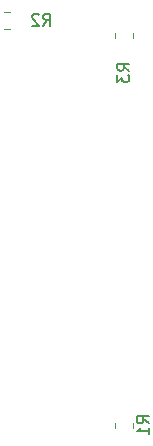
<source format=gbr>
%TF.GenerationSoftware,KiCad,Pcbnew,(5.1.8)-1*%
%TF.CreationDate,2023-02-18T01:15:33+03:00*%
%TF.ProjectId,MUX8x1-v5,4d555838-7831-42d7-9635-2e6b69636164,rev?*%
%TF.SameCoordinates,Original*%
%TF.FileFunction,Legend,Bot*%
%TF.FilePolarity,Positive*%
%FSLAX46Y46*%
G04 Gerber Fmt 4.6, Leading zero omitted, Abs format (unit mm)*
G04 Created by KiCad (PCBNEW (5.1.8)-1) date 2023-02-18 01:15:33*
%MOMM*%
%LPD*%
G01*
G04 APERTURE LIST*
%ADD10C,0.120000*%
%ADD11C,0.150000*%
G04 APERTURE END LIST*
D10*
%TO.C,R3*%
X146585000Y-70077064D02*
X146585000Y-69622936D01*
X148055000Y-70077064D02*
X148055000Y-69622936D01*
%TO.C,R2*%
X137202936Y-67845000D02*
X137657064Y-67845000D01*
X137202936Y-69315000D02*
X137657064Y-69315000D01*
%TO.C,R1*%
X148055000Y-103097064D02*
X148055000Y-102642936D01*
X146585000Y-103097064D02*
X146585000Y-102642936D01*
%TO.C,R3*%
D11*
X147772380Y-72858333D02*
X147296190Y-72525000D01*
X147772380Y-72286904D02*
X146772380Y-72286904D01*
X146772380Y-72667857D01*
X146820000Y-72763095D01*
X146867619Y-72810714D01*
X146962857Y-72858333D01*
X147105714Y-72858333D01*
X147200952Y-72810714D01*
X147248571Y-72763095D01*
X147296190Y-72667857D01*
X147296190Y-72286904D01*
X146772380Y-73191666D02*
X146772380Y-73810714D01*
X147153333Y-73477380D01*
X147153333Y-73620238D01*
X147200952Y-73715476D01*
X147248571Y-73763095D01*
X147343809Y-73810714D01*
X147581904Y-73810714D01*
X147677142Y-73763095D01*
X147724761Y-73715476D01*
X147772380Y-73620238D01*
X147772380Y-73334523D01*
X147724761Y-73239285D01*
X147677142Y-73191666D01*
%TO.C,R2*%
X140501666Y-69032380D02*
X140835000Y-68556190D01*
X141073095Y-69032380D02*
X141073095Y-68032380D01*
X140692142Y-68032380D01*
X140596904Y-68080000D01*
X140549285Y-68127619D01*
X140501666Y-68222857D01*
X140501666Y-68365714D01*
X140549285Y-68460952D01*
X140596904Y-68508571D01*
X140692142Y-68556190D01*
X141073095Y-68556190D01*
X140120714Y-68127619D02*
X140073095Y-68080000D01*
X139977857Y-68032380D01*
X139739761Y-68032380D01*
X139644523Y-68080000D01*
X139596904Y-68127619D01*
X139549285Y-68222857D01*
X139549285Y-68318095D01*
X139596904Y-68460952D01*
X140168333Y-69032380D01*
X139549285Y-69032380D01*
%TO.C,R1*%
X149422380Y-102703333D02*
X148946190Y-102370000D01*
X149422380Y-102131904D02*
X148422380Y-102131904D01*
X148422380Y-102512857D01*
X148470000Y-102608095D01*
X148517619Y-102655714D01*
X148612857Y-102703333D01*
X148755714Y-102703333D01*
X148850952Y-102655714D01*
X148898571Y-102608095D01*
X148946190Y-102512857D01*
X148946190Y-102131904D01*
X149422380Y-103655714D02*
X149422380Y-103084285D01*
X149422380Y-103370000D02*
X148422380Y-103370000D01*
X148565238Y-103274761D01*
X148660476Y-103179523D01*
X148708095Y-103084285D01*
%TD*%
M02*

</source>
